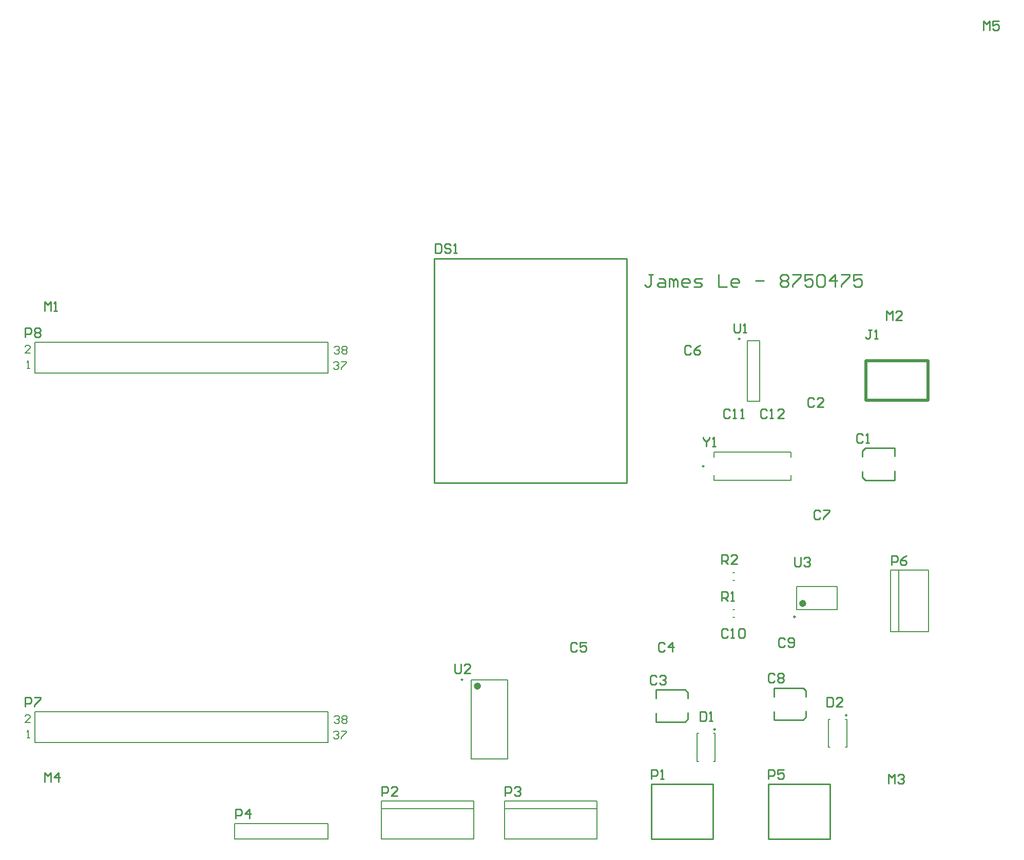
<source format=gto>
G04*
G04 #@! TF.GenerationSoftware,Altium Limited,Altium Designer,21.9.2 (33)*
G04*
G04 Layer_Color=65535*
%FSLAX25Y25*%
%MOIN*%
G70*
G04*
G04 #@! TF.SameCoordinates,86937909-DB1A-4A49-A316-6C6AAAB68E2C*
G04*
G04*
G04 #@! TF.FilePolarity,Positive*
G04*
G01*
G75*
%ADD10C,0.00984*%
%ADD11C,0.02362*%
%ADD12C,0.01000*%
%ADD13C,0.01968*%
%ADD14C,0.00787*%
%ADD15C,0.00800*%
D10*
X457004Y78614D02*
G03*
X457004Y78614I-492J0D01*
G01*
X542488Y87803D02*
G03*
X542488Y87803I-492J0D01*
G01*
X508925Y151795D02*
G03*
X508925Y151795I-492J0D01*
G01*
X472988Y332347D02*
G03*
X472988Y332347I-492J0D01*
G01*
X292960Y110956D02*
G03*
X292960Y110956I-492J0D01*
G01*
X449602Y249616D02*
G03*
X449602Y249616I-492J0D01*
G01*
D11*
X514929Y160457D02*
G03*
X514929Y160457I-1181J0D01*
G01*
X303688Y106763D02*
G03*
X303688Y106763I-1181J0D01*
G01*
D12*
X399400Y238800D02*
Y384400D01*
X274600D02*
X399400D01*
X274600Y238800D02*
Y384400D01*
Y238800D02*
X399400D01*
X491500Y7606D02*
Y43006D01*
X531500D01*
Y7606D02*
Y43006D01*
X491500Y7606D02*
X531500D01*
X514021Y105622D02*
X515917Y103726D01*
X514021Y84756D02*
X515917Y86652D01*
X495051Y84756D02*
Y90189D01*
Y84756D02*
X514021D01*
X495051Y105622D02*
X514021D01*
X495051Y99853D02*
Y105622D01*
X515917Y99924D02*
Y103726D01*
Y86652D02*
Y90524D01*
X552567Y242463D02*
X554463Y240567D01*
X552567Y259537D02*
X554463Y261433D01*
X573433Y256000D02*
Y261433D01*
X554463D02*
X573433D01*
X554463Y240567D02*
X573433D01*
Y246335D01*
X552567Y242463D02*
Y246265D01*
Y255665D02*
Y259537D01*
X415340Y7606D02*
Y43006D01*
X455340D01*
Y7606D02*
Y43006D01*
X415340Y7606D02*
X455340D01*
X437377Y104433D02*
X439273Y102537D01*
X437377Y83567D02*
X439273Y85463D01*
X418407Y83567D02*
Y89000D01*
Y83567D02*
X437377D01*
X418407Y104433D02*
X437377D01*
X418407Y98665D02*
Y104433D01*
X439273Y98735D02*
Y102537D01*
Y85463D02*
Y89335D01*
X416332Y373997D02*
X413666D01*
X414999D01*
Y367333D01*
X413666Y366000D01*
X412333D01*
X411000Y367333D01*
X420330Y371332D02*
X422996D01*
X424329Y369999D01*
Y366000D01*
X420330D01*
X418997Y367333D01*
X420330Y368666D01*
X424329D01*
X426995Y366000D02*
Y371332D01*
X428328D01*
X429661Y369999D01*
Y366000D01*
Y369999D01*
X430994Y371332D01*
X432326Y369999D01*
Y366000D01*
X438991D02*
X436325D01*
X434992Y367333D01*
Y369999D01*
X436325Y371332D01*
X438991D01*
X440324Y369999D01*
Y368666D01*
X434992D01*
X442990Y366000D02*
X446988D01*
X448321Y367333D01*
X446988Y368666D01*
X444322D01*
X442990Y369999D01*
X444322Y371332D01*
X448321D01*
X458985Y373997D02*
Y366000D01*
X464316D01*
X470981D02*
X468315D01*
X466982Y367333D01*
Y369999D01*
X468315Y371332D01*
X470981D01*
X472313Y369999D01*
Y368666D01*
X466982D01*
X482977Y369999D02*
X488308D01*
X498972Y372664D02*
X500304Y373997D01*
X502970D01*
X504303Y372664D01*
Y371332D01*
X502970Y369999D01*
X504303Y368666D01*
Y367333D01*
X502970Y366000D01*
X500304D01*
X498972Y367333D01*
Y368666D01*
X500304Y369999D01*
X498972Y371332D01*
Y372664D01*
X500304Y369999D02*
X502970D01*
X506969Y373997D02*
X512300D01*
Y372664D01*
X506969Y367333D01*
Y366000D01*
X520298Y373997D02*
X514966D01*
Y369999D01*
X517632Y371332D01*
X518965D01*
X520298Y369999D01*
Y367333D01*
X518965Y366000D01*
X516299D01*
X514966Y367333D01*
X522964Y372664D02*
X524297Y373997D01*
X526962D01*
X528295Y372664D01*
Y367333D01*
X526962Y366000D01*
X524297D01*
X522964Y367333D01*
Y372664D01*
X534960Y366000D02*
Y373997D01*
X530961Y369999D01*
X536293D01*
X538959Y373997D02*
X544290D01*
Y372664D01*
X538959Y367333D01*
Y366000D01*
X552288Y373997D02*
X546956D01*
Y369999D01*
X549622Y371332D01*
X550955D01*
X552288Y369999D01*
Y367333D01*
X550955Y366000D01*
X548289D01*
X546956Y367333D01*
X275100Y394098D02*
Y388100D01*
X278099D01*
X279099Y389100D01*
Y393098D01*
X278099Y394098D01*
X275100D01*
X285097Y393098D02*
X284097Y394098D01*
X282098D01*
X281098Y393098D01*
Y392099D01*
X282098Y391099D01*
X284097D01*
X285097Y390099D01*
Y389100D01*
X284097Y388100D01*
X282098D01*
X281098Y389100D01*
X287096Y388100D02*
X289095D01*
X288096D01*
Y394098D01*
X287096Y393098D01*
X490499Y285698D02*
X489499Y286698D01*
X487500D01*
X486500Y285698D01*
Y281700D01*
X487500Y280700D01*
X489499D01*
X490499Y281700D01*
X492498Y280700D02*
X494497D01*
X493498D01*
Y286698D01*
X492498Y285698D01*
X501495Y280700D02*
X497496D01*
X501495Y284699D01*
Y285698D01*
X500495Y286698D01*
X498496D01*
X497496Y285698D01*
X466499D02*
X465499Y286698D01*
X463500D01*
X462500Y285698D01*
Y281700D01*
X463500Y280700D01*
X465499D01*
X466499Y281700D01*
X468498Y280700D02*
X470497D01*
X469498D01*
Y286698D01*
X468498Y285698D01*
X473496Y280700D02*
X475496D01*
X474496D01*
Y286698D01*
X473496Y285698D01*
X449100Y268398D02*
Y267398D01*
X451099Y265399D01*
X453099Y267398D01*
Y268398D01*
X451099Y265399D02*
Y262400D01*
X455098D02*
X457097D01*
X456098D01*
Y268398D01*
X455098Y267398D01*
X508400Y190398D02*
Y185400D01*
X509400Y184400D01*
X511399D01*
X512399Y185400D01*
Y190398D01*
X514398Y189398D02*
X515398Y190398D01*
X517397D01*
X518397Y189398D01*
Y188399D01*
X517397Y187399D01*
X516397D01*
X517397D01*
X518397Y186399D01*
Y185400D01*
X517397Y184400D01*
X515398D01*
X514398Y185400D01*
X287800Y120998D02*
Y116000D01*
X288800Y115000D01*
X290799D01*
X291799Y116000D01*
Y120998D01*
X297797Y115000D02*
X293798D01*
X297797Y118999D01*
Y119998D01*
X296797Y120998D01*
X294798D01*
X293798Y119998D01*
X469200Y342298D02*
Y337300D01*
X470200Y336300D01*
X472199D01*
X473199Y337300D01*
Y342298D01*
X475198Y336300D02*
X477197D01*
X476198D01*
Y342298D01*
X475198Y341298D01*
X461000Y186000D02*
Y191998D01*
X463999D01*
X464999Y190998D01*
Y188999D01*
X463999Y187999D01*
X461000D01*
X462999D02*
X464999Y186000D01*
X470997D02*
X466998D01*
X470997Y189999D01*
Y190998D01*
X469997Y191998D01*
X467998D01*
X466998Y190998D01*
X461000Y162100D02*
Y168098D01*
X463999D01*
X464999Y167098D01*
Y165099D01*
X463999Y164099D01*
X461000D01*
X462999D02*
X464999Y162100D01*
X466998D02*
X468997D01*
X467998D01*
Y168098D01*
X466998Y167098D01*
X8900Y333400D02*
Y339398D01*
X11899D01*
X12899Y338398D01*
Y336399D01*
X11899Y335399D01*
X8900D01*
X14898Y338398D02*
X15898Y339398D01*
X17897D01*
X18897Y338398D01*
Y337399D01*
X17897Y336399D01*
X18897Y335399D01*
Y334400D01*
X17897Y333400D01*
X15898D01*
X14898Y334400D01*
Y335399D01*
X15898Y336399D01*
X14898Y337399D01*
Y338398D01*
X15898Y336399D02*
X17897D01*
X8900Y93400D02*
Y99398D01*
X11899D01*
X12899Y98398D01*
Y96399D01*
X11899Y95399D01*
X8900D01*
X14898Y99398D02*
X18897D01*
Y98398D01*
X14898Y94400D01*
Y93400D01*
X571300Y185400D02*
Y191398D01*
X574299D01*
X575299Y190398D01*
Y188399D01*
X574299Y187399D01*
X571300D01*
X581297Y191398D02*
X579297Y190398D01*
X577298Y188399D01*
Y186400D01*
X578298Y185400D01*
X580297D01*
X581297Y186400D01*
Y187399D01*
X580297Y188399D01*
X577298D01*
X491600Y46500D02*
Y52498D01*
X494599D01*
X495599Y51498D01*
Y49499D01*
X494599Y48499D01*
X491600D01*
X501597Y52498D02*
X497598D01*
Y49499D01*
X499597Y50499D01*
X500597D01*
X501597Y49499D01*
Y47500D01*
X500597Y46500D01*
X498598D01*
X497598Y47500D01*
X145307Y20900D02*
Y26898D01*
X148305D01*
X149305Y25898D01*
Y23899D01*
X148305Y22899D01*
X145307D01*
X154304Y20900D02*
Y26898D01*
X151304Y23899D01*
X155303D01*
X320600Y35600D02*
Y41598D01*
X323599D01*
X324599Y40598D01*
Y38599D01*
X323599Y37599D01*
X320600D01*
X326598Y40598D02*
X327598Y41598D01*
X329597D01*
X330597Y40598D01*
Y39599D01*
X329597Y38599D01*
X328597D01*
X329597D01*
X330597Y37599D01*
Y36600D01*
X329597Y35600D01*
X327598D01*
X326598Y36600D01*
X240600Y35600D02*
Y41598D01*
X243599D01*
X244599Y40598D01*
Y38599D01*
X243599Y37599D01*
X240600D01*
X250597Y35600D02*
X246598D01*
X250597Y39599D01*
Y40598D01*
X249597Y41598D01*
X247598D01*
X246598Y40598D01*
X415500Y46500D02*
Y52498D01*
X418499D01*
X419499Y51498D01*
Y49499D01*
X418499Y48499D01*
X415500D01*
X421498Y46500D02*
X423497D01*
X422498D01*
Y52498D01*
X421498Y51498D01*
X558599Y338298D02*
X556599D01*
X557599D01*
Y333300D01*
X556599Y332300D01*
X555600D01*
X554600Y333300D01*
X560598Y332300D02*
X562597D01*
X561598D01*
Y338298D01*
X560598Y337298D01*
X529500Y99498D02*
Y93500D01*
X532499D01*
X533499Y94500D01*
Y98498D01*
X532499Y99498D01*
X529500D01*
X539497Y93500D02*
X535498D01*
X539497Y97499D01*
Y98498D01*
X538497Y99498D01*
X536498D01*
X535498Y98498D01*
X447001Y89999D02*
Y84001D01*
X450000D01*
X451000Y85001D01*
Y88999D01*
X450000Y89999D01*
X447001D01*
X452999Y84001D02*
X454999D01*
X453999D01*
Y89999D01*
X452999Y88999D01*
X464999Y143198D02*
X463999Y144198D01*
X462000D01*
X461000Y143198D01*
Y139200D01*
X462000Y138200D01*
X463999D01*
X464999Y139200D01*
X466998Y138200D02*
X468997D01*
X467998D01*
Y144198D01*
X466998Y143198D01*
X471996D02*
X472996Y144198D01*
X474996D01*
X475995Y143198D01*
Y139200D01*
X474996Y138200D01*
X472996D01*
X471996Y139200D01*
Y143198D01*
X501999Y137198D02*
X500999Y138198D01*
X499000D01*
X498000Y137198D01*
Y133200D01*
X499000Y132200D01*
X500999D01*
X501999Y133200D01*
X503998D02*
X504998Y132200D01*
X506997D01*
X507997Y133200D01*
Y137198D01*
X506997Y138198D01*
X504998D01*
X503998Y137198D01*
Y136199D01*
X504998Y135199D01*
X507997D01*
X495399Y114098D02*
X494399Y115098D01*
X492400D01*
X491400Y114098D01*
Y110100D01*
X492400Y109100D01*
X494399D01*
X495399Y110100D01*
X497398Y114098D02*
X498398Y115098D01*
X500397D01*
X501397Y114098D01*
Y113099D01*
X500397Y112099D01*
X501397Y111099D01*
Y110100D01*
X500397Y109100D01*
X498398D01*
X497398Y110100D01*
Y111099D01*
X498398Y112099D01*
X497398Y113099D01*
Y114098D01*
X498398Y112099D02*
X500397D01*
X525199Y220198D02*
X524199Y221198D01*
X522200D01*
X521200Y220198D01*
Y216200D01*
X522200Y215200D01*
X524199D01*
X525199Y216200D01*
X527198Y221198D02*
X531197D01*
Y220198D01*
X527198Y216200D01*
Y215200D01*
X441199Y327198D02*
X440199Y328198D01*
X438200D01*
X437200Y327198D01*
Y323200D01*
X438200Y322200D01*
X440199D01*
X441199Y323200D01*
X447197Y328198D02*
X445197Y327198D01*
X443198Y325199D01*
Y323200D01*
X444198Y322200D01*
X446197D01*
X447197Y323200D01*
Y324199D01*
X446197Y325199D01*
X443198D01*
X367199Y134198D02*
X366199Y135198D01*
X364200D01*
X363200Y134198D01*
Y130200D01*
X364200Y129200D01*
X366199D01*
X367199Y130200D01*
X373197Y135198D02*
X369198D01*
Y132199D01*
X371197Y133199D01*
X372197D01*
X373197Y132199D01*
Y130200D01*
X372197Y129200D01*
X370198D01*
X369198Y130200D01*
X423999Y134198D02*
X422999Y135198D01*
X421000D01*
X420000Y134198D01*
Y130200D01*
X421000Y129200D01*
X422999D01*
X423999Y130200D01*
X428997Y129200D02*
Y135198D01*
X425998Y132199D01*
X429997D01*
X418799Y112898D02*
X417799Y113898D01*
X415800D01*
X414800Y112898D01*
Y108900D01*
X415800Y107900D01*
X417799D01*
X418799Y108900D01*
X420798Y112898D02*
X421798Y113898D01*
X423797D01*
X424797Y112898D01*
Y111899D01*
X423797Y110899D01*
X422797D01*
X423797D01*
X424797Y109899D01*
Y108900D01*
X423797Y107900D01*
X421798D01*
X420798Y108900D01*
X520999Y293198D02*
X519999Y294198D01*
X518000D01*
X517000Y293198D01*
Y289200D01*
X518000Y288200D01*
X519999D01*
X520999Y289200D01*
X526997Y288200D02*
X522998D01*
X526997Y292199D01*
Y293198D01*
X525997Y294198D01*
X523998D01*
X522998Y293198D01*
X552899Y269898D02*
X551899Y270898D01*
X549900D01*
X548900Y269898D01*
Y265900D01*
X549900Y264900D01*
X551899D01*
X552899Y265900D01*
X554898Y264900D02*
X556897D01*
X555898D01*
Y270898D01*
X554898Y269898D01*
X631100Y532800D02*
Y538798D01*
X633099Y536799D01*
X635099Y538798D01*
Y532800D01*
X641097Y538798D02*
X637098D01*
Y535799D01*
X639097Y536799D01*
X640097D01*
X641097Y535799D01*
Y533800D01*
X640097Y532800D01*
X638098D01*
X637098Y533800D01*
X21500Y350500D02*
Y356498D01*
X23499Y354499D01*
X25499Y356498D01*
Y350500D01*
X27498D02*
X29497D01*
X28498D01*
Y356498D01*
X27498Y355498D01*
X568000Y344500D02*
Y350498D01*
X569999Y348499D01*
X571999Y350498D01*
Y344500D01*
X577997D02*
X573998D01*
X577997Y348499D01*
Y349498D01*
X576997Y350498D01*
X574998D01*
X573998Y349498D01*
X569500Y43500D02*
Y49498D01*
X571499Y47499D01*
X573499Y49498D01*
Y43500D01*
X575498Y48498D02*
X576498Y49498D01*
X578497D01*
X579497Y48498D01*
Y47499D01*
X578497Y46499D01*
X577497D01*
X578497D01*
X579497Y45499D01*
Y44500D01*
X578497Y43500D01*
X576498D01*
X575498Y44500D01*
X21500Y44500D02*
Y50498D01*
X23499Y48499D01*
X25499Y50498D01*
Y44500D01*
X30497D02*
Y50498D01*
X27498Y47499D01*
X31497D01*
D13*
X594988Y292543D02*
Y318134D01*
X554634Y292543D02*
X594988D01*
X554634D02*
Y318134D01*
X594988D01*
D14*
X468606Y175539D02*
X469394D01*
X468606Y180461D02*
X469394D01*
X456906Y57945D02*
Y76055D01*
X445094Y57945D02*
Y76055D01*
X455921D02*
X456906D01*
X455921Y57945D02*
X456906D01*
X445094Y76055D02*
X446079D01*
X445094Y57945D02*
X446079D01*
X530579Y67134D02*
X531563D01*
X530579Y85244D02*
X531563D01*
X541405Y67134D02*
X542390D01*
X541405Y85244D02*
X542390D01*
X530579Y67134D02*
Y85244D01*
X542390Y67134D02*
Y85244D01*
X509811Y156520D02*
X536189D01*
X509811Y171480D02*
X536189D01*
X509811Y156520D02*
Y171480D01*
X536189Y156520D02*
Y171480D01*
X570700Y182000D02*
X595400D01*
Y142000D02*
Y182000D01*
X570700Y142000D02*
Y182000D01*
Y142000D02*
X595400D01*
X576000D02*
Y181900D01*
X468606Y156532D02*
X469394D01*
X468606Y151610D02*
X469394D01*
X300000Y7500D02*
Y32200D01*
X240000D02*
X300000D01*
X240000Y7500D02*
Y32200D01*
Y7500D02*
X300000D01*
X240000Y27000D02*
X300000D01*
X477811Y291815D02*
Y331185D01*
X485685Y291815D02*
Y331185D01*
X477811D02*
X485685D01*
X477811Y291815D02*
X485685D01*
X298570Y59519D02*
X322192D01*
X298570Y110700D02*
X322192D01*
Y59519D02*
Y110700D01*
X298570Y59519D02*
Y110700D01*
X380000Y7500D02*
Y32200D01*
X320000D02*
X380000D01*
X320000Y7500D02*
Y32200D01*
Y7500D02*
X380000D01*
X320000Y27000D02*
X380000D01*
X456000Y255325D02*
Y258868D01*
Y240364D02*
Y243907D01*
X506000Y240364D02*
Y243907D01*
Y255325D02*
Y258868D01*
X456000Y240364D02*
X506000D01*
X456000Y258868D02*
X506000D01*
X205607Y7500D02*
Y17500D01*
X152207D02*
X205607D01*
X144706D02*
X152207D01*
X144706Y7500D02*
Y17500D01*
Y7500D02*
X205607D01*
X15000Y310000D02*
X205600D01*
X15000Y330000D02*
X205600D01*
X15000Y310000D02*
Y330000D01*
X205600Y310000D02*
Y330000D01*
X15000Y70000D02*
X205600D01*
X15000Y90000D02*
X205600D01*
X15000Y70000D02*
Y90000D01*
X205600Y70000D02*
Y90000D01*
D15*
X209500Y326665D02*
X210333Y327498D01*
X211999D01*
X212832Y326665D01*
Y325832D01*
X211999Y324999D01*
X211166D01*
X211999D01*
X212832Y324166D01*
Y323333D01*
X211999Y322500D01*
X210333D01*
X209500Y323333D01*
X214498Y326665D02*
X215331Y327498D01*
X216998D01*
X217831Y326665D01*
Y325832D01*
X216998Y324999D01*
X217831Y324166D01*
Y323333D01*
X216998Y322500D01*
X215331D01*
X214498Y323333D01*
Y324166D01*
X215331Y324999D01*
X214498Y325832D01*
Y326665D01*
X215331Y324999D02*
X216998D01*
X209100Y316765D02*
X209933Y317598D01*
X211599D01*
X212432Y316765D01*
Y315932D01*
X211599Y315099D01*
X210766D01*
X211599D01*
X212432Y314266D01*
Y313433D01*
X211599Y312600D01*
X209933D01*
X209100Y313433D01*
X214098Y317598D02*
X217431D01*
Y316765D01*
X214098Y313433D01*
Y312600D01*
X10000Y313000D02*
X11666D01*
X10833D01*
Y317998D01*
X10000Y317165D01*
X12032Y323100D02*
X8700D01*
X12032Y326432D01*
Y327265D01*
X11199Y328098D01*
X9533D01*
X8700Y327265D01*
X209500Y86665D02*
X210333Y87498D01*
X211999D01*
X212832Y86665D01*
Y85832D01*
X211999Y84999D01*
X211166D01*
X211999D01*
X212832Y84166D01*
Y83333D01*
X211999Y82500D01*
X210333D01*
X209500Y83333D01*
X214498Y86665D02*
X215331Y87498D01*
X216998D01*
X217831Y86665D01*
Y85832D01*
X216998Y84999D01*
X217831Y84166D01*
Y83333D01*
X216998Y82500D01*
X215331D01*
X214498Y83333D01*
Y84166D01*
X215331Y84999D01*
X214498Y85832D01*
Y86665D01*
X215331Y84999D02*
X216998D01*
X209100Y76765D02*
X209933Y77598D01*
X211599D01*
X212432Y76765D01*
Y75932D01*
X211599Y75099D01*
X210766D01*
X211599D01*
X212432Y74266D01*
Y73433D01*
X211599Y72600D01*
X209933D01*
X209100Y73433D01*
X214098Y77598D02*
X217431D01*
Y76765D01*
X214098Y73433D01*
Y72600D01*
X10000Y73000D02*
X11666D01*
X10833D01*
Y77998D01*
X10000Y77165D01*
X12032Y83100D02*
X8700D01*
X12032Y86432D01*
Y87265D01*
X11199Y88098D01*
X9533D01*
X8700Y87265D01*
M02*

</source>
